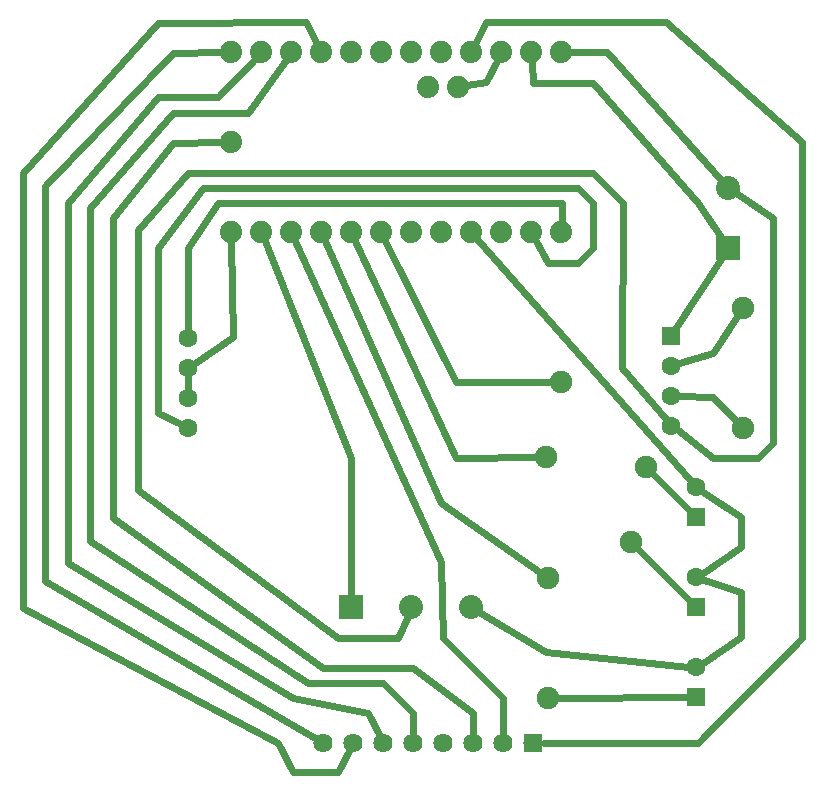
<source format=gtl>
G04 MADE WITH FRITZING*
G04 WWW.FRITZING.ORG*
G04 DOUBLE SIDED*
G04 HOLES PLATED*
G04 CONTOUR ON CENTER OF CONTOUR VECTOR*
%ASAXBY*%
%FSLAX23Y23*%
%MOIN*%
%OFA0B0*%
%SFA1.0B1.0*%
%ADD10C,0.074000*%
%ADD11C,0.062992*%
%ADD12C,0.080000*%
%ADD13C,0.064000*%
%ADD14C,0.075000*%
%ADD15R,0.062992X0.062992*%
%ADD16R,0.080000X0.080000*%
%ADD17R,0.064000X0.064000*%
%ADD18C,0.024000*%
%LNCOPPER1*%
G90*
G70*
G54D10*
X1844Y2506D03*
X1744Y2506D03*
X1644Y2506D03*
X1544Y2506D03*
X1444Y2506D03*
X1499Y2391D03*
X1399Y2391D03*
X1344Y2506D03*
X1244Y2506D03*
X1144Y2506D03*
X1044Y2506D03*
X944Y2506D03*
X844Y2506D03*
X744Y2506D03*
X744Y1906D03*
X844Y1906D03*
X944Y1906D03*
X1044Y1906D03*
X1144Y1906D03*
X1244Y1906D03*
X1344Y1906D03*
X1444Y1906D03*
X1544Y1906D03*
X1644Y1906D03*
X1744Y1906D03*
X1844Y1906D03*
X744Y2206D03*
X1844Y2506D03*
X1744Y2506D03*
X1644Y2506D03*
X1544Y2506D03*
X1444Y2506D03*
X1499Y2391D03*
X1399Y2391D03*
X1344Y2506D03*
X1244Y2506D03*
X1144Y2506D03*
X1044Y2506D03*
X944Y2506D03*
X844Y2506D03*
X744Y2506D03*
X744Y1906D03*
X844Y1906D03*
X944Y1906D03*
X1044Y1906D03*
X1144Y1906D03*
X1244Y1906D03*
X1344Y1906D03*
X1444Y1906D03*
X1544Y1906D03*
X1644Y1906D03*
X1744Y1906D03*
X1844Y1906D03*
X744Y2206D03*
G54D11*
X600Y1555D03*
X600Y1455D03*
X600Y1355D03*
X600Y1255D03*
X2211Y1562D03*
X2211Y1462D03*
X2211Y1362D03*
X2211Y1262D03*
X600Y1555D03*
X600Y1455D03*
X600Y1355D03*
X600Y1255D03*
X2211Y1562D03*
X2211Y1462D03*
X2211Y1362D03*
X2211Y1262D03*
X600Y1555D03*
X600Y1455D03*
X600Y1355D03*
X600Y1255D03*
X2211Y1562D03*
X2211Y1462D03*
X2211Y1362D03*
X2211Y1262D03*
G54D12*
X1144Y656D03*
X1344Y656D03*
X1544Y656D03*
X1144Y656D03*
X1344Y656D03*
X1544Y656D03*
X2400Y1855D03*
X2400Y2055D03*
X2400Y1855D03*
X2400Y2055D03*
G54D13*
X1750Y205D03*
X1650Y205D03*
X1550Y205D03*
X1450Y205D03*
X1350Y205D03*
X1250Y205D03*
X1150Y205D03*
X1050Y205D03*
G54D11*
X2294Y357D03*
X2294Y456D03*
X2294Y657D03*
X2294Y756D03*
X2294Y957D03*
X2294Y1056D03*
G54D14*
X2450Y1655D03*
X2450Y1255D03*
X1800Y355D03*
X1800Y755D03*
X2127Y1123D03*
X1844Y1406D03*
X2077Y873D03*
X1794Y1156D03*
G54D15*
X2211Y1562D03*
X2211Y1562D03*
X2211Y1562D03*
G54D16*
X1144Y656D03*
X1144Y656D03*
X2400Y1855D03*
X2400Y1855D03*
G54D17*
X1750Y205D03*
G54D15*
X2294Y357D03*
X2294Y657D03*
X2294Y957D03*
G54D18*
X1349Y454D02*
X1551Y305D01*
D02*
X1551Y305D02*
X1550Y236D01*
D02*
X1050Y454D02*
X1349Y454D01*
D02*
X550Y2204D02*
X350Y1955D01*
D02*
X2549Y1955D02*
X2426Y2037D01*
D02*
X2551Y1203D02*
X2549Y1955D01*
D02*
X350Y955D02*
X1050Y454D01*
D02*
X350Y1955D02*
X350Y955D01*
D02*
X713Y2206D02*
X550Y2204D01*
D02*
X2500Y1155D02*
X2551Y1203D01*
D02*
X599Y1854D02*
X600Y1582D01*
D02*
X499Y1854D02*
X499Y1304D01*
D02*
X1950Y1854D02*
X1950Y2004D01*
D02*
X1950Y2004D02*
X1901Y2055D01*
D02*
X1901Y1805D02*
X1950Y1854D01*
D02*
X2349Y1154D02*
X2500Y1155D01*
D02*
X1801Y1805D02*
X1901Y1805D01*
D02*
X1901Y2055D02*
X650Y2054D01*
D02*
X650Y2054D02*
X499Y1854D01*
D02*
X1760Y1879D02*
X1801Y1805D01*
D02*
X499Y1304D02*
X576Y1266D01*
D02*
X1848Y2003D02*
X701Y2003D01*
D02*
X1846Y1937D02*
X1848Y2003D01*
D02*
X701Y2003D02*
X599Y1854D01*
D02*
X2232Y1246D02*
X2349Y1154D01*
D02*
X2300Y2003D02*
X1950Y2405D01*
D02*
X1950Y2405D02*
X1751Y2405D01*
D02*
X1751Y2405D02*
X1746Y2475D01*
D02*
X1299Y555D02*
X1101Y555D01*
D02*
X1101Y555D02*
X432Y1048D01*
D02*
X2050Y2004D02*
X2048Y1455D01*
D02*
X2350Y1356D02*
X2238Y1361D01*
D02*
X2350Y1505D02*
X2236Y1470D01*
D02*
X751Y1556D02*
X622Y1470D01*
D02*
X2430Y1275D02*
X2350Y1356D01*
D02*
X2434Y1631D02*
X2350Y1505D01*
D02*
X2383Y1829D02*
X2225Y1585D01*
D02*
X2382Y1880D02*
X2300Y2003D01*
D02*
X2277Y1076D02*
X1565Y1883D01*
D02*
X432Y1048D02*
X432Y1913D01*
D02*
X432Y1913D02*
X599Y2104D01*
D02*
X599Y2104D02*
X1950Y2104D01*
D02*
X1950Y2104D02*
X2050Y2004D01*
D02*
X1332Y628D02*
X1299Y555D01*
D02*
X2048Y1455D02*
X2193Y1283D01*
D02*
X745Y1875D02*
X751Y1556D01*
D02*
X1996Y2506D02*
X2379Y2078D01*
D02*
X2300Y205D02*
X1787Y205D01*
D02*
X1876Y2506D02*
X1996Y2506D01*
D02*
X2648Y555D02*
X2300Y205D01*
D02*
X2648Y2206D02*
X2648Y555D01*
D02*
X2195Y2607D02*
X2648Y2206D01*
D02*
X1558Y2534D02*
X1594Y2607D01*
D02*
X1594Y2607D02*
X2195Y2607D01*
D02*
X1530Y2396D02*
X1593Y2407D01*
D02*
X1593Y2407D02*
X1630Y2478D01*
D02*
X2444Y556D02*
X2444Y707D01*
D02*
X2444Y956D02*
X2317Y1041D01*
D02*
X2317Y471D02*
X2444Y556D01*
D02*
X2444Y707D02*
X2320Y748D01*
D02*
X2317Y771D02*
X2444Y857D01*
D02*
X2444Y857D02*
X2444Y956D01*
D02*
X1443Y806D02*
X1449Y554D01*
D02*
X1650Y355D02*
X1650Y236D01*
D02*
X1449Y554D02*
X1650Y355D01*
D02*
X957Y1878D02*
X1443Y806D01*
D02*
X1794Y507D02*
X1571Y640D01*
D02*
X2268Y459D02*
X1794Y507D01*
D02*
X1495Y1407D02*
X1816Y1406D01*
D02*
X1495Y1155D02*
X1766Y1156D01*
D02*
X1145Y1155D02*
X856Y1877D01*
D02*
X2098Y853D02*
X2275Y676D01*
D02*
X1828Y355D02*
X2268Y357D01*
D02*
X1144Y687D02*
X1145Y1155D01*
D02*
X2148Y1103D02*
X2275Y976D01*
D02*
X1443Y1005D02*
X1776Y771D01*
D02*
X600Y1382D02*
X600Y1428D01*
D02*
X1057Y1877D02*
X1443Y1005D01*
D02*
X1158Y1878D02*
X1495Y1155D01*
D02*
X1258Y1878D02*
X1495Y1407D01*
D02*
X200Y2005D02*
X200Y804D01*
D02*
X499Y2356D02*
X200Y2005D01*
D02*
X700Y2356D02*
X499Y2356D01*
D02*
X823Y2484D02*
X700Y2356D01*
D02*
X951Y355D02*
X1200Y305D01*
D02*
X1200Y305D02*
X1236Y233D01*
D02*
X200Y804D02*
X951Y355D01*
D02*
X995Y2607D02*
X499Y2605D01*
D02*
X499Y2605D02*
X51Y2103D01*
D02*
X51Y2103D02*
X51Y654D01*
D02*
X901Y205D02*
X951Y106D01*
D02*
X951Y106D02*
X1100Y106D01*
D02*
X51Y654D02*
X901Y205D01*
D02*
X1031Y2534D02*
X995Y2607D01*
D02*
X1100Y106D02*
X1136Y177D01*
D02*
X122Y745D02*
X1023Y220D01*
D02*
X550Y2505D02*
X125Y2062D01*
D02*
X713Y2506D02*
X550Y2505D01*
D02*
X125Y2062D02*
X122Y745D01*
D02*
X1001Y404D02*
X1250Y404D01*
D02*
X1349Y305D02*
X1350Y236D01*
D02*
X1250Y404D02*
X1349Y305D01*
D02*
X272Y878D02*
X1001Y404D01*
D02*
X550Y2304D02*
X272Y1988D01*
D02*
X800Y2304D02*
X550Y2304D01*
D02*
X926Y2481D02*
X800Y2304D01*
D02*
X272Y1988D02*
X272Y878D01*
G04 End of Copper1*
M02*
</source>
